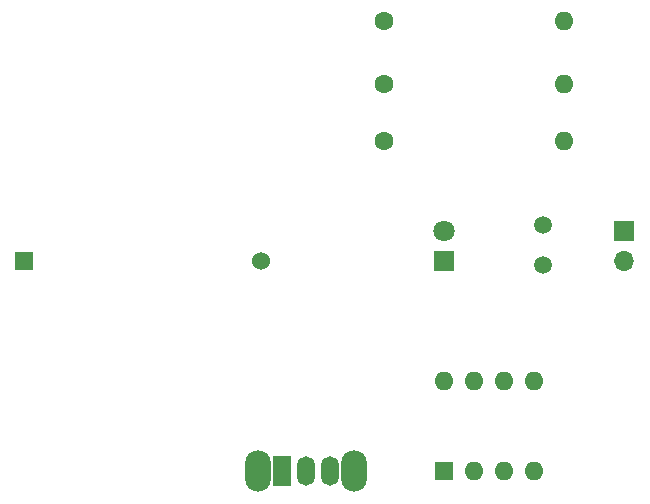
<source format=gbr>
%TF.GenerationSoftware,KiCad,Pcbnew,7.0.7*%
%TF.CreationDate,2024-02-22T22:38:35+05:30*%
%TF.ProjectId,Digital_Diya,44696769-7461-46c5-9f44-6979612e6b69,rev?*%
%TF.SameCoordinates,Original*%
%TF.FileFunction,Soldermask,Top*%
%TF.FilePolarity,Negative*%
%FSLAX46Y46*%
G04 Gerber Fmt 4.6, Leading zero omitted, Abs format (unit mm)*
G04 Created by KiCad (PCBNEW 7.0.7) date 2024-02-22 22:38:35*
%MOMM*%
%LPD*%
G01*
G04 APERTURE LIST*
%ADD10R,1.524000X1.524000*%
%ADD11C,1.524000*%
%ADD12C,1.500000*%
%ADD13R,1.700000X1.700000*%
%ADD14O,1.700000X1.700000*%
%ADD15C,1.600000*%
%ADD16O,1.600000X1.600000*%
%ADD17R,1.800000X1.800000*%
%ADD18C,1.800000*%
%ADD19R,1.600000X1.600000*%
%ADD20O,2.200000X3.500000*%
%ADD21R,1.500000X2.500000*%
%ADD22O,1.500000X2.500000*%
G04 APERTURE END LIST*
D10*
%TO.C,BT1*%
X119380000Y-86360000D03*
D11*
X139446000Y-86360000D03*
%TD*%
D12*
%TO.C,R2*%
X163285000Y-86710000D03*
X163285000Y-83310000D03*
%TD*%
D13*
%TO.C,MK1*%
X170180000Y-83820000D03*
D14*
X170180000Y-86360000D03*
%TD*%
D15*
%TO.C,R1*%
X149860000Y-66040000D03*
D16*
X165100000Y-66040000D03*
%TD*%
D17*
%TO.C,D1*%
X154940000Y-86360000D03*
D18*
X154940000Y-83820000D03*
%TD*%
D19*
%TO.C,U1*%
X154940000Y-104140000D03*
D16*
X157480000Y-104140000D03*
X160020000Y-104140000D03*
X162560000Y-104140000D03*
X162560000Y-96520000D03*
X160020000Y-96520000D03*
X157480000Y-96520000D03*
X154940000Y-96520000D03*
%TD*%
D15*
%TO.C,R4*%
X149860000Y-76200000D03*
D16*
X165100000Y-76200000D03*
%TD*%
D15*
%TO.C,R3*%
X149860000Y-71340000D03*
D16*
X165100000Y-71340000D03*
%TD*%
D20*
%TO.C,SW1*%
X139120000Y-104140000D03*
X147320000Y-104140000D03*
D21*
X141220000Y-104140000D03*
D22*
X143220000Y-104140000D03*
X145220000Y-104140000D03*
%TD*%
M02*

</source>
